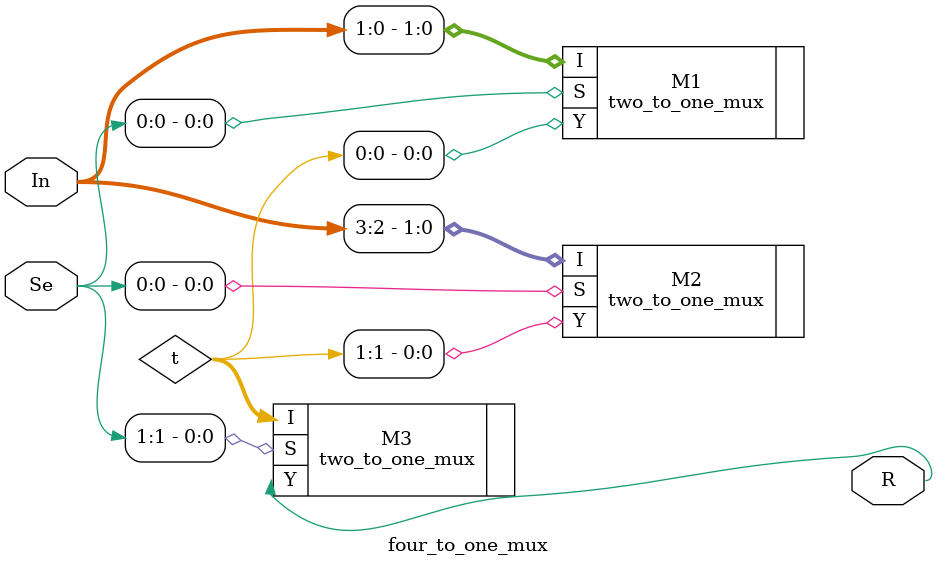
<source format=v>
module four_to_one_mux(
    input [3:0] In,
    input[1:0] Se,
    output R
);
    wire [1:0] t;
    two_to_one_mux M1(
        .I(In[1:0]),
        .S(Se[0]),
        .Y(t[0])
    );

    two_to_one_mux M2(
        .I(In[3:2]),
        .S(Se[0]),
        .Y(t[1])
    );

    two_to_one_mux M3(
        .I(t[1:0]),
        .S(Se[1]),
        .Y(R)
    );
    
endmodule
</source>
